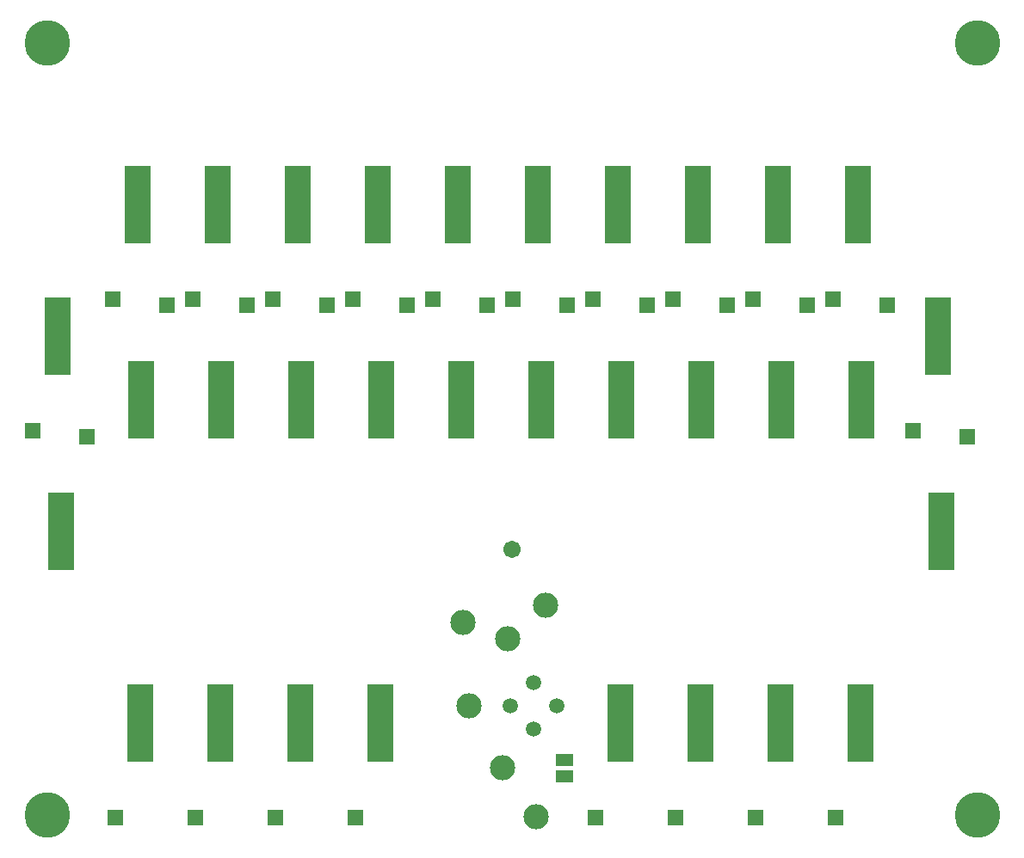
<source format=gts>
G75*
%MOIN*%
%OFA0B0*%
%FSLAX25Y25*%
%IPPOS*%
%LPD*%
%AMOC8*
5,1,8,0,0,1.08239X$1,22.5*
%
%ADD10C,0.05950*%
%ADD11R,0.06509X0.04737*%
%ADD12R,0.10052X0.30328*%
%ADD13R,0.05950X0.05950*%
%ADD14C,0.09800*%
%ADD15C,0.17635*%
%ADD16C,0.06706*%
D10*
X0226825Y0096871D03*
X0235857Y0105898D03*
X0244888Y0096871D03*
X0235857Y0087843D03*
D11*
X0247926Y0075879D03*
X0247926Y0069422D03*
D12*
X0269627Y0090186D03*
X0300627Y0090186D03*
X0331627Y0090186D03*
X0362627Y0090186D03*
X0394068Y0164414D03*
X0363068Y0215414D03*
X0332068Y0215414D03*
X0301068Y0215414D03*
X0270068Y0215414D03*
X0239068Y0215414D03*
X0208068Y0215414D03*
X0177068Y0215414D03*
X0146068Y0215414D03*
X0115068Y0215414D03*
X0084068Y0215414D03*
X0051627Y0240186D03*
X0082627Y0291186D03*
X0113627Y0291186D03*
X0144627Y0291186D03*
X0175627Y0291186D03*
X0206627Y0291186D03*
X0237627Y0291186D03*
X0268627Y0291186D03*
X0299627Y0291186D03*
X0330627Y0291186D03*
X0361627Y0291186D03*
X0392627Y0240186D03*
X0176627Y0090186D03*
X0145627Y0090186D03*
X0114627Y0090186D03*
X0083627Y0090186D03*
X0053068Y0164414D03*
D13*
X0062910Y0201068D03*
X0041784Y0203532D03*
X0093910Y0252068D03*
X0103784Y0254532D03*
X0124910Y0252068D03*
X0134784Y0254532D03*
X0155910Y0252068D03*
X0165784Y0254532D03*
X0186910Y0252068D03*
X0196784Y0254532D03*
X0217910Y0252068D03*
X0227784Y0254532D03*
X0248910Y0252068D03*
X0258784Y0254532D03*
X0279910Y0252068D03*
X0289784Y0254532D03*
X0310910Y0252068D03*
X0320784Y0254532D03*
X0341910Y0252068D03*
X0351784Y0254532D03*
X0372910Y0252068D03*
X0382784Y0203532D03*
X0403910Y0201068D03*
X0352784Y0053532D03*
X0321784Y0053532D03*
X0290784Y0053532D03*
X0259784Y0053532D03*
X0166784Y0053532D03*
X0135784Y0053532D03*
X0104784Y0053532D03*
X0073784Y0053532D03*
X0072784Y0254532D03*
D14*
X0208548Y0129265D03*
X0225894Y0122769D03*
X0240769Y0135784D03*
X0210847Y0096800D03*
X0223847Y0072800D03*
X0236847Y0053800D03*
D15*
X0047548Y0054595D03*
X0047548Y0353808D03*
X0407784Y0353808D03*
X0407784Y0054595D03*
D16*
X0227580Y0157532D03*
M02*

</source>
